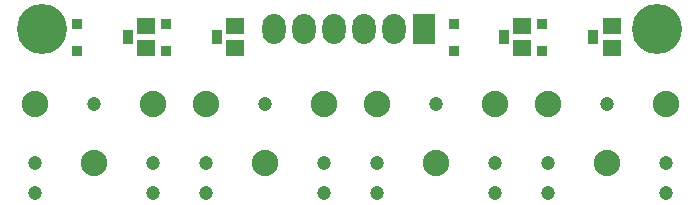
<source format=gts>
G04 DipTrace 3.2.0.1*
G04 WellMonitor.gts*
%MOIN*%
G04 #@! TF.FileFunction,Soldermask,Top*
G04 #@! TF.Part,Single*
%ADD28C,0.047244*%
%ADD31C,0.167*%
%ADD33R,0.037433X0.047276*%
%ADD35R,0.037433X0.037433*%
%ADD37O,0.076803X0.100425*%
%ADD39R,0.076803X0.100425*%
%ADD41C,0.087984*%
%ADD43R,0.061055X0.053181*%
%FSLAX26Y26*%
G04*
G70*
G90*
G75*
G01*
G04 TopMask*
%LPD*%
D31*
X518701Y1043701D3*
X2568701D3*
D41*
X693701Y596496D3*
X496851Y793347D3*
X890551D3*
D28*
X496851Y498071D3*
Y596496D3*
X693701Y793347D3*
X890551Y498071D3*
Y596496D3*
D41*
X1263701D3*
X1066851Y793347D3*
X1460551D3*
D28*
X1066851Y498071D3*
Y596496D3*
X1263701Y793347D3*
X1460551Y498071D3*
Y596496D3*
D41*
X1833701D3*
X1636851Y793347D3*
X2030551D3*
D28*
X1636851Y498071D3*
Y596496D3*
X1833701Y793347D3*
X2030551Y498071D3*
Y596496D3*
D41*
X2403701D3*
X2206851Y793347D3*
X2600551D3*
D28*
X2206851Y498071D3*
Y596496D3*
X2403701Y793347D3*
X2600551Y498071D3*
Y596496D3*
D39*
X1793701Y1043701D3*
D37*
X1693701D3*
X1593701D3*
X1493701D3*
X1393701D3*
X1293701D3*
D43*
X866958Y980047D3*
Y1054851D3*
X1163149Y980047D3*
Y1054851D3*
X2118794Y980047D3*
Y1054851D3*
X2418428Y980047D3*
Y1054851D3*
D35*
X636403Y1062725D3*
D33*
X805694Y1017449D3*
D35*
X636403Y972173D3*
X932711Y1062725D3*
D33*
X1102003Y1017449D3*
D35*
X932711Y972173D3*
X1891757Y1062725D3*
D33*
X2061049Y1017449D3*
D35*
X1891757Y972173D3*
X2187576Y1062725D3*
D33*
X2356868Y1017449D3*
D35*
X2187576Y972173D3*
M02*

</source>
